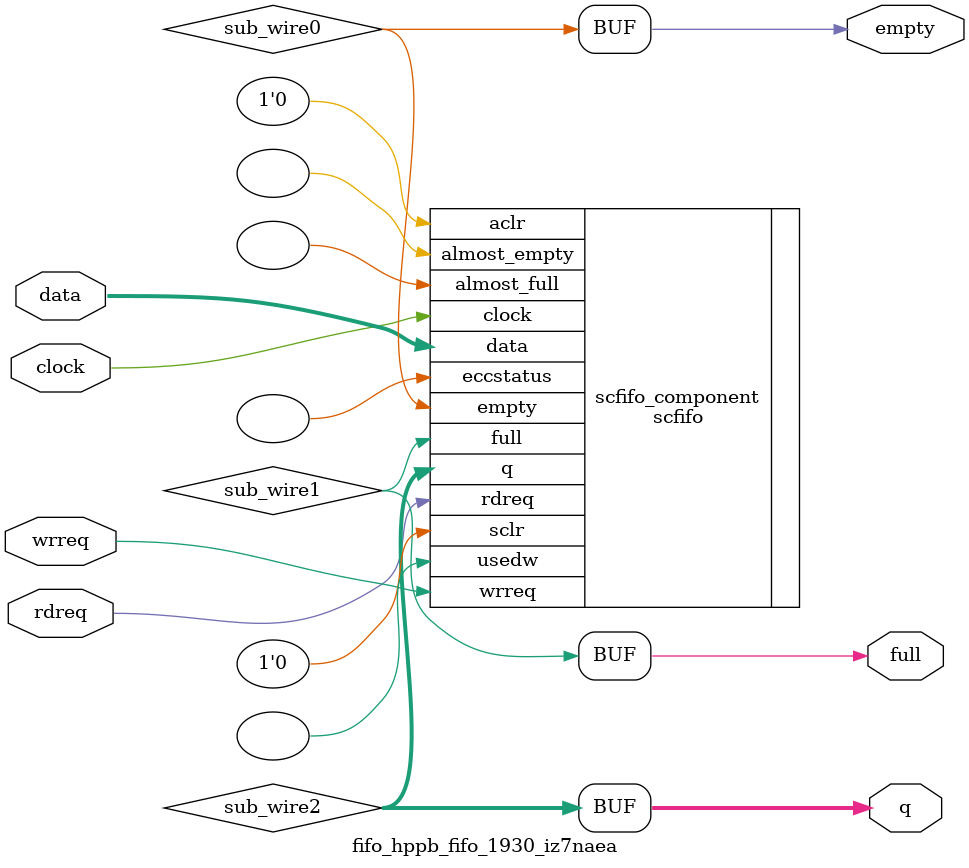
<source format=v>



`timescale 1 ps / 1 ps
// synopsys translate_on
module  fifo_hppb_fifo_1930_iz7naea  (
    clock,
    data,
    rdreq,
    wrreq,
    empty,
    full,
    q);

    input    clock;
    input  [522:0]  data;
    input    rdreq;
    input    wrreq;
    output   empty;
    output   full;
    output [522:0]  q;

    wire  sub_wire0;
    wire  sub_wire1;
    wire [522:0] sub_wire2;
    wire  empty = sub_wire0;
    wire  full = sub_wire1;
    wire [522:0] q = sub_wire2[522:0];

    scfifo  scfifo_component (
                .clock (clock),
                .data (data),
                .rdreq (rdreq),
                .wrreq (wrreq),
                .empty (sub_wire0),
                .full (sub_wire1),
                .q (sub_wire2),
                .aclr (1'b0),
                .almost_empty (),
                .almost_full (),
                .eccstatus (),
                .sclr (1'b0),
                .usedw ());
    defparam
        scfifo_component.add_ram_output_register  = "OFF",
        scfifo_component.enable_ecc  = "FALSE",
        scfifo_component.intended_device_family  = "Agilex 7",
        scfifo_component.lpm_hint  = "",
        scfifo_component.lpm_numwords  = 256,
        scfifo_component.lpm_showahead  = "ON",
        scfifo_component.lpm_type  = "scfifo",
        scfifo_component.lpm_width  = 523,
        scfifo_component.lpm_widthu  = 8,
        scfifo_component.overflow_checking  = "OFF",
        scfifo_component.underflow_checking  = "OFF",
        scfifo_component.use_eab  = "ON";


endmodule



</source>
